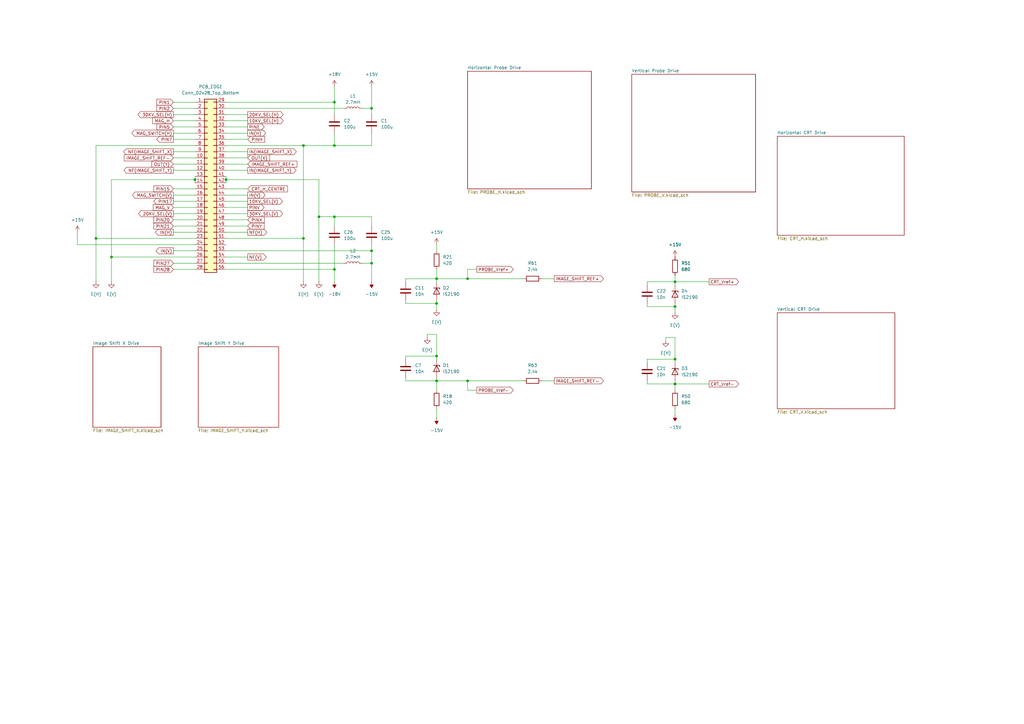
<source format=kicad_sch>
(kicad_sch (version 20250114) (generator "eeschema") (generator_version "9.0")
  (paper "A3")
  (title_block (title "PCB N80NA01: SMS-2 Probe & CRT Scan Board") (date "2025-07-29") (rev "1"))
  (lib_symbols
    (symbol "Connector_Generic:Conn_02x28_Top_Bottom" (pin_names (offset 1.016) (hide yes))
      (property "Reference" "J" (at 1.27 35.56 0))
      (property "Value" "Conn_02x28_Top_Bottom" (at 1.27 -38.1 0))
      (symbol "Conn_02x28_Top_Bottom_1_1"
        (rectangle (start -1.27 34.29) (end 3.81 -36.83) (stroke (width 0.254)) (fill (type background)))
        (rectangle (start -1.27 33.147) (end 0 32.893) (stroke (width 0.1524)))
        (rectangle (start -1.27 30.607) (end 0 30.353) (stroke (width 0.1524)))
        (rectangle (start -1.27 28.067) (end 0 27.813) (stroke (width 0.1524)))
        (rectangle (start -1.27 25.527) (end 0 25.273) (stroke (width 0.1524)))
        (rectangle (start -1.27 22.987) (end 0 22.733) (stroke (width 0.1524)))
        (rectangle (start -1.27 20.447) (end 0 20.193) (stroke (width 0.1524)))
        (rectangle (start -1.27 17.907) (end 0 17.653) (stroke (width 0.1524)))
        (rectangle (start -1.27 15.367) (end 0 15.113) (stroke (width 0.1524)))
        (rectangle (start -1.27 12.827) (end 0 12.573) (stroke (width 0.1524)))
        (rectangle (start -1.27 10.287) (end 0 10.033) (stroke (width 0.1524)))
        (rectangle (start -1.27 7.747) (end 0 7.493) (stroke (width 0.1524)))
        (rectangle (start -1.27 5.207) (end 0 4.953) (stroke (width 0.1524)))
        (rectangle (start -1.27 2.667) (end 0 2.413) (stroke (width 0.1524)))
        (rectangle (start -1.27 0.127) (end 0 -0.127) (stroke (width 0.1524)))
        (rectangle (start -1.27 -2.413) (end 0 -2.667) (stroke (width 0.1524)))
        (rectangle (start -1.27 -4.953) (end 0 -5.207) (stroke (width 0.1524)))
        (rectangle (start -1.27 -7.493) (end 0 -7.747) (stroke (width 0.1524)))
        (rectangle (start -1.27 -10.033) (end 0 -10.287) (stroke (width 0.1524)))
        (rectangle (start -1.27 -12.573) (end 0 -12.827) (stroke (width 0.1524)))
        (rectangle (start -1.27 -15.113) (end 0 -15.367) (stroke (width 0.1524)))
        (rectangle (start -1.27 -17.653) (end 0 -17.907) (stroke (width 0.1524)))
        (rectangle (start -1.27 -20.193) (end 0 -20.447) (stroke (width 0.1524)))
        (rectangle (start -1.27 -22.733) (end 0 -22.987) (stroke (width 0.1524)))
        (rectangle (start -1.27 -25.273) (end 0 -25.527) (stroke (width 0.1524)))
        (rectangle (start -1.27 -27.813) (end 0 -28.067) (stroke (width 0.1524)))
        (rectangle (start -1.27 -30.353) (end 0 -30.607) (stroke (width 0.1524)))
        (rectangle (start -1.27 -32.893) (end 0 -33.147) (stroke (width 0.1524)))
        (rectangle (start -1.27 -35.433) (end 0 -35.687) (stroke (width 0.1524)))
        (rectangle (start 3.81 33.147) (end 2.54 32.893) (stroke (width 0.1524)))
        (rectangle (start 3.81 30.607) (end 2.54 30.353) (stroke (width 0.1524)))
        (rectangle (start 3.81 28.067) (end 2.54 27.813) (stroke (width 0.1524)))
        (rectangle (start 3.81 25.527) (end 2.54 25.273) (stroke (width 0.1524)))
        (rectangle (start 3.81 22.987) (end 2.54 22.733) (stroke (width 0.1524)))
        (rectangle (start 3.81 20.447) (end 2.54 20.193) (stroke (width 0.1524)))
        (rectangle (start 3.81 17.907) (end 2.54 17.653) (stroke (width 0.1524)))
        (rectangle (start 3.81 15.367) (end 2.54 15.113) (stroke (width 0.1524)))
        (rectangle (start 3.81 12.827) (end 2.54 12.573) (stroke (width 0.1524)))
        (rectangle (start 3.81 10.287) (end 2.54 10.033) (stroke (width 0.1524)))
        (rectangle (start 3.81 7.747) (end 2.54 7.493) (stroke (width 0.1524)))
        (rectangle (start 3.81 5.207) (end 2.54 4.953) (stroke (width 0.1524)))
        (rectangle (start 3.81 2.667) (end 2.54 2.413) (stroke (width 0.1524)))
        (rectangle (start 3.81 0.127) (end 2.54 -0.127) (stroke (width 0.1524)))
        (rectangle (start 3.81 -2.413) (end 2.54 -2.667) (stroke (width 0.1524)))
        (rectangle (start 3.81 -4.953) (end 2.54 -5.207) (stroke (width 0.1524)))
        (rectangle (start 3.81 -7.493) (end 2.54 -7.747) (stroke (width 0.1524)))
        (rectangle (start 3.81 -10.033) (end 2.54 -10.287) (stroke (width 0.1524)))
        (rectangle (start 3.81 -12.573) (end 2.54 -12.827) (stroke (width 0.1524)))
        (rectangle (start 3.81 -15.113) (end 2.54 -15.367) (stroke (width 0.1524)))
        (rectangle (start 3.81 -17.653) (end 2.54 -17.907) (stroke (width 0.1524)))
        (rectangle (start 3.81 -20.193) (end 2.54 -20.447) (stroke (width 0.1524)))
        (rectangle (start 3.81 -22.733) (end 2.54 -22.987) (stroke (width 0.1524)))
        (rectangle (start 3.81 -25.273) (end 2.54 -25.527) (stroke (width 0.1524)))
        (rectangle (start 3.81 -27.813) (end 2.54 -28.067) (stroke (width 0.1524)))
        (rectangle (start 3.81 -30.353) (end 2.54 -30.607) (stroke (width 0.1524)))
        (rectangle (start 3.81 -32.893) (end 2.54 -33.147) (stroke (width 0.1524)))
        (rectangle (start 3.81 -35.433) (end 2.54 -35.687) (stroke (width 0.1524)))
        (pin passive line (at -5.08 33.02 0) (length 3.81) (name "Pin_1") (number "1"))
        (pin passive line (at -5.08 30.48 0) (length 3.81) (name "Pin_2") (number "2"))
        (pin passive line (at -5.08 27.94 0) (length 3.81) (name "Pin_3") (number "3"))
        (pin passive line (at -5.08 25.4 0) (length 3.81) (name "Pin_4") (number "4"))
        (pin passive line (at -5.08 22.86 0) (length 3.81) (name "Pin_5") (number "5"))
        (pin passive line (at -5.08 20.32 0) (length 3.81) (name "Pin_6") (number "6"))
        (pin passive line (at -5.08 17.78 0) (length 3.81) (name "Pin_7") (number "7"))
        (pin passive line (at -5.08 15.24 0) (length 3.81) (name "Pin_8") (number "8"))
        (pin passive line (at -5.08 12.7 0) (length 3.81) (name "Pin_9") (number "9"))
        (pin passive line (at -5.08 10.16 0) (length 3.81) (name "Pin_10") (number "10"))
        (pin passive line (at -5.08 7.62 0) (length 3.81) (name "Pin_11") (number "11"))
        (pin passive line (at -5.08 5.08 0) (length 3.81) (name "Pin_12") (number "12"))
        (pin passive line (at -5.08 2.54 0) (length 3.81) (name "Pin_13") (number "13"))
        (pin passive line (at -5.08 0 0) (length 3.81) (name "Pin_14") (number "14"))
        (pin passive line (at -5.08 -2.54 0) (length 3.81) (name "Pin_15") (number "15"))
        (pin passive line (at -5.08 -5.08 0) (length 3.81) (name "Pin_16") (number "16"))
        (pin passive line (at -5.08 -7.62 0) (length 3.81) (name "Pin_17") (number "17"))
        (pin passive line (at -5.08 -10.16 0) (length 3.81) (name "Pin_18") (number "18"))
        (pin passive line (at -5.08 -12.7 0) (length 3.81) (name "Pin_19") (number "19"))
        (pin passive line (at -5.08 -15.24 0) (length 3.81) (name "Pin_20") (number "20"))
        (pin passive line (at -5.08 -17.78 0) (length 3.81) (name "Pin_21") (number "21"))
        (pin passive line (at -5.08 -20.32 0) (length 3.81) (name "Pin_22") (number "22"))
        (pin passive line (at -5.08 -22.86 0) (length 3.81) (name "Pin_23") (number "23"))
        (pin passive line (at -5.08 -25.4 0) (length 3.81) (name "Pin_24") (number "24"))
        (pin passive line (at -5.08 -27.94 0) (length 3.81) (name "Pin_25") (number "25"))
        (pin passive line (at -5.08 -30.48 0) (length 3.81) (name "Pin_26") (number "26"))
        (pin passive line (at -5.08 -33.02 0) (length 3.81) (name "Pin_27") (number "27"))
        (pin passive line (at -5.08 -35.56 0) (length 3.81) (name "Pin_28") (number "28"))
        (pin passive line (at 7.62 33.02 180) (length 3.81) (name "Pin_29") (number "29"))
        (pin passive line (at 7.62 30.48 180) (length 3.81) (name "Pin_30") (number "30"))
        (pin passive line (at 7.62 27.94 180) (length 3.81) (name "Pin_31") (number "31"))
        (pin passive line (at 7.62 25.4 180) (length 3.81) (name "Pin_32") (number "32"))
        (pin passive line (at 7.62 22.86 180) (length 3.81) (name "Pin_33") (number "33"))
        (pin passive line (at 7.62 20.32 180) (length 3.81) (name "Pin_34") (number "34"))
        (pin passive line (at 7.62 17.78 180) (length 3.81) (name "Pin_35") (number "35"))
        (pin passive line (at 7.62 15.24 180) (length 3.81) (name "Pin_36") (number "36"))
        (pin passive line (at 7.62 12.7 180) (length 3.81) (name "Pin_37") (number "37"))
        (pin passive line (at 7.62 10.16 180) (length 3.81) (name "Pin_38") (number "38"))
        (pin passive line (at 7.62 7.62 180) (length 3.81) (name "Pin_39") (number "39"))
        (pin passive line (at 7.62 5.08 180) (length 3.81) (name "Pin_40") (number "40"))
        (pin passive line (at 7.62 2.54 180) (length 3.81) (name "Pin_41") (number "41"))
        (pin passive line (at 7.62 0 180) (length 3.81) (name "Pin_42") (number "42"))
        (pin passive line (at 7.62 -2.54 180) (length 3.81) (name "Pin_43") (number "43"))
        (pin passive line (at 7.62 -5.08 180) (length 3.81) (name "Pin_44") (number "44"))
        (pin passive line (at 7.62 -7.62 180) (length 3.81) (name "Pin_45") (number "45"))
        (pin passive line (at 7.62 -10.16 180) (length 3.81) (name "Pin_46") (number "46"))
        (pin passive line (at 7.62 -12.7 180) (length 3.81) (name "Pin_47") (number "47"))
        (pin passive line (at 7.62 -15.24 180) (length 3.81) (name "Pin_48") (number "48"))
        (pin passive line (at 7.62 -17.78 180) (length 3.81) (name "Pin_49") (number "49"))
        (pin passive line (at 7.62 -20.32 180) (length 3.81) (name "Pin_50") (number "50"))
        (pin passive line (at 7.62 -22.86 180) (length 3.81) (name "Pin_51") (number "51"))
        (pin passive line (at 7.62 -25.4 180) (length 3.81) (name "Pin_52") (number "52"))
        (pin passive line (at 7.62 -27.94 180) (length 3.81) (name "Pin_53") (number "53"))
        (pin passive line (at 7.62 -30.48 180) (length 3.81) (name "Pin_54") (number "54"))
        (pin passive line (at 7.62 -33.02 180) (length 3.81) (name "Pin_55") (number "55"))
        (pin passive line (at 7.62 -35.56 180) (length 3.81) (name "Pin_56") (number "56"))
      )
    )
    (symbol "Device:C" (pin_numbers (hide yes)) (pin_names (offset 0.254))
      (property "Reference" "C" (at 0.635 2.54 0))
      (property "Value" "C" (at 0.635 -2.54 0))
      (symbol "C_0_1"
        (polyline (pts (xy -2.032 0.762) (xy 2.032 0.762)) (stroke (width 0.508)))
        (polyline (pts (xy -2.032 -0.762) (xy 2.032 -0.762)) (stroke (width 0.508)))
      )
      (symbol "C_1_1"
        (pin passive line (at 0 3.81 270) (length 2.794) (name "~") (number "1"))
        (pin passive line (at 0 -3.81 90) (length 2.794) (name "~") (number "2"))
      )
    )
    (symbol "Device:D_Zener" (pin_numbers (hide yes)) (pin_names (offset 1.016) (hide yes))
      (property "Reference" "D" (at 0 2.54 0))
      (property "Value" "D_Zener" (at 0 -2.54 0))
      (symbol "D_Zener_0_1"
        (polyline (pts (xy -1.27 -1.27) (xy -1.27 1.27) (xy -0.762 1.27)) (stroke (width 0.254)))
        (polyline (pts (xy 1.27 0) (xy -1.27 0)))
        (polyline (pts (xy 1.27 -1.27) (xy 1.27 1.27) (xy -1.27 0) (xy 1.27 -1.27)) (stroke (width 0.254)))
      )
      (symbol "D_Zener_1_1"
        (pin passive line (at -3.81 0 0) (length 2.54) (name "K") (number "1"))
        (pin passive line (at 3.81 0 180) (length 2.54) (name "A") (number "2"))
      )
    )
    (symbol "Device:L" (pin_numbers (hide yes)) (pin_names (offset 1.016) (hide yes))
      (property "Reference" "L" (at -1.27 0 90))
      (property "Value" "L" (at 1.905 0 90))
      (symbol "L_0_1"
        (arc (start 0 2.54) (mid 0.6323 1.905) (end 0 1.27))
        (arc (start 0 1.27) (mid 0.6323 0.635) (end 0 0))
        (arc (start 0 0) (mid 0.6323 -0.635) (end 0 -1.27))
        (arc (start 0 -1.27) (mid 0.6323 -1.905) (end 0 -2.54))
      )
      (symbol "L_1_1"
        (pin passive line (at 0 3.81 270) (length 1.27) (name "1") (number "1"))
        (pin passive line (at 0 -3.81 90) (length 1.27) (name "2") (number "2"))
      )
    )
    (symbol "Device:R" (pin_numbers (hide yes)) (pin_names (offset 0))
      (property "Reference" "R" (at 2.032 0 90))
      (property "Value" "R" (at 0 0 90))
      (symbol "R_0_1"
        (rectangle (start -1.016 -2.54) (end 1.016 2.54) (stroke (width 0.254)))
      )
      (symbol "R_1_1"
        (pin passive line (at 0 3.81 270) (length 1.27) (name "~") (number "1"))
        (pin passive line (at 0 -3.81 90) (length 1.27) (name "~") (number "2"))
      )
    )
    (symbol "power:+15V" (power) (pin_numbers (hide yes)) (pin_names (offset 0) (hide yes))
      (property "Value" "+15V" (at 0 3.556 0))
      (symbol "+15V_0_1"
        (polyline (pts (xy -0.762 1.27) (xy 0 2.54)))
        (polyline (pts (xy 0 2.54) (xy 0.762 1.27)))
        (polyline (pts (xy 0 0) (xy 0 2.54)))
      )
      (symbol "+15V_1_1"
        (pin power_in line (at 0 0 90) (length 0) (name "~") (number "1"))
      )
    )
    (symbol "power:-15V" (power) (pin_numbers (hide yes)) (pin_names (offset 0) (hide yes))
      (property "Value" "-15V" (at 0 3.556 0))
      (symbol "-15V_0_0"
        (pin power_in line (at 0 0 90) (length 0) (name "~") (number "1"))
      )
      (symbol "-15V_0_1"
        (polyline (pts (xy 0 0) (xy 0 1.27) (xy 0.762 1.27) (xy 0 2.54) (xy -0.762 1.27) (xy 0 1.27)) (fill (type outline)))
      )
    )
    (symbol "power:GND" (power) (pin_numbers (hide yes)) (pin_names (offset 0) (hide yes))
      (property "Value" "GND" (at 0 -3.81 0))
      (symbol "GND_0_1"
        (polyline (pts (xy 0 0) (xy 0 -1.27) (xy 1.27 -1.27) (xy 0 -2.54) (xy -1.27 -1.27) (xy 0 -1.27)))
      )
      (symbol "GND_1_1"
        (pin power_in line (at 0 0 270) (length 0) (name "~") (number "1"))
      )
    )
  )
  (junction (at 80.01 73.66))
  (junction (at 152.4 107.95))
  (junction (at 124.46 59.69))
  (junction (at 152.4 44.45))
  (junction (at 137.16 41.91))
  (junction (at 130.81 88.9))
  (junction (at 45.72 105.41))
  (junction (at 124.46 97.79))
  (junction (at 179.07 124.46))
  (junction (at 92.71 73.66))
  (junction (at 179.07 146.05))
  (junction (at 191.77 114.3))
  (junction (at 276.86 125.73))
  (junction (at 191.77 156.21))
  (junction (at 179.07 114.3))
  (junction (at 179.07 156.21))
  (junction (at 276.86 147.32))
  (junction (at 137.16 59.69))
  (junction (at 276.86 115.57))
  (junction (at 152.4 102.87))
  (junction (at 276.86 157.48))
  (junction (at 137.16 88.9))
  (junction (at 137.16 110.49))
  (junction (at 39.37 97.79))
  (wire (pts (xy 92.71 41.91) (xy 137.16 41.91)))
  (wire (pts (xy 265.43 115.57) (xy 276.86 115.57)))
  (wire (pts (xy 137.16 110.49) (xy 137.16 115.57)))
  (wire (pts (xy 276.86 115.57) (xy 276.86 116.84)))
  (wire (pts (xy 92.71 62.23) (xy 101.6 62.23)))
  (wire (pts (xy 179.07 100.33) (xy 179.07 102.87)))
  (wire (pts (xy 45.72 105.41) (xy 45.72 115.57)))
  (wire (pts (xy 92.71 102.87) (xy 152.4 102.87)))
  (wire (pts (xy 276.86 157.48) (xy 290.83 157.48)))
  (wire (pts (xy 166.37 114.3) (xy 179.07 114.3)))
  (wire (pts (xy 137.16 88.9) (xy 137.16 92.71)))
  (wire (pts (xy 137.16 54.61) (xy 137.16 59.69)))
  (wire (pts (xy 276.86 138.43) (xy 273.05 138.43)))
  (wire (pts (xy 31.75 100.33) (xy 31.75 95.25)))
  (wire (pts (xy 92.71 110.49) (xy 137.16 110.49)))
  (wire (pts (xy 71.12 95.25) (xy 80.01 95.25)))
  (wire (pts (xy 152.4 100.33) (xy 152.4 102.87)))
  (wire (pts (xy 92.71 85.09) (xy 101.6 85.09)))
  (wire (pts (xy 92.71 73.66) (xy 130.81 73.66)))
  (wire (pts (xy 71.12 107.95) (xy 80.01 107.95)))
  (wire (pts (xy 166.37 156.21) (xy 179.07 156.21)))
  (wire (pts (xy 92.71 77.47) (xy 101.6 77.47)))
  (wire (pts (xy 276.86 128.27) (xy 276.86 125.73)))
  (wire (pts (xy 92.71 46.99) (xy 101.6 46.99)))
  (wire (pts (xy 152.4 44.45) (xy 152.4 46.99)))
  (wire (pts (xy 71.12 102.87) (xy 80.01 102.87)))
  (wire (pts (xy 45.72 105.41) (xy 80.01 105.41)))
  (wire (pts (xy 92.71 105.41) (xy 101.6 105.41)))
  (wire (pts (xy 195.58 110.49) (xy 191.77 110.49)))
  (wire (pts (xy 92.71 73.66) (xy 92.71 74.93)))
  (wire (pts (xy 137.16 41.91) (xy 137.16 46.99)))
  (wire (pts (xy 179.07 110.49) (xy 179.07 114.3)))
  (wire (pts (xy 179.07 137.16) (xy 175.26 137.16)))
  (wire (pts (xy 152.4 102.87) (xy 152.4 107.95)))
  (wire (pts (xy 179.07 146.05) (xy 179.07 147.32)))
  (wire (pts (xy 276.86 157.48) (xy 276.86 160.02)))
  (wire (pts (xy 179.07 124.46) (xy 179.07 127)))
  (wire (pts (xy 71.12 41.91) (xy 80.01 41.91)))
  (wire (pts (xy 191.77 110.49) (xy 191.77 114.3)))
  (wire (pts (xy 166.37 147.32) (xy 166.37 146.05)))
  (wire (pts (xy 92.71 49.53) (xy 101.6 49.53)))
  (wire (pts (xy 71.12 46.99) (xy 80.01 46.99)))
  (wire (pts (xy 276.86 167.64) (xy 276.86 170.18)))
  (wire (pts (xy 71.12 69.85) (xy 80.01 69.85)))
  (wire (pts (xy 265.43 147.32) (xy 276.86 147.32)))
  (wire (pts (xy 71.12 52.07) (xy 80.01 52.07)))
  (wire (pts (xy 276.86 113.03) (xy 276.86 115.57)))
  (wire (pts (xy 276.86 156.21) (xy 276.86 157.48)))
  (wire (pts (xy 265.43 148.59) (xy 265.43 147.32)))
  (wire (pts (xy 166.37 123.19) (xy 166.37 124.46)))
  (wire (pts (xy 71.12 49.53) (xy 80.01 49.53)))
  (wire (pts (xy 45.72 73.66) (xy 45.72 105.41)))
  (wire (pts (xy 39.37 97.79) (xy 39.37 115.57)))
  (wire (pts (xy 179.07 114.3) (xy 191.77 114.3)))
  (wire (pts (xy 276.86 115.57) (xy 290.83 115.57)))
  (wire (pts (xy 124.46 115.57) (xy 124.46 97.79)))
  (wire (pts (xy 191.77 156.21) (xy 214.63 156.21)))
  (wire (pts (xy 92.71 54.61) (xy 101.6 54.61)))
  (wire (pts (xy 179.07 167.64) (xy 179.07 171.45)))
  (wire (pts (xy 166.37 154.94) (xy 166.37 156.21)))
  (wire (pts (xy 39.37 97.79) (xy 80.01 97.79)))
  (wire (pts (xy 130.81 73.66) (xy 130.81 88.9)))
  (wire (pts (xy 101.6 62.23) (xy 101.6 64.77)))
  (wire (pts (xy 80.01 73.66) (xy 80.01 72.39)))
  (wire (pts (xy 71.12 54.61) (xy 80.01 54.61)))
  (wire (pts (xy 152.4 88.9) (xy 152.4 92.71)))
  (wire (pts (xy 152.4 54.61) (xy 152.4 59.69)))
  (wire (pts (xy 265.43 124.46) (xy 265.43 125.73)))
  (wire (pts (xy 179.07 156.21) (xy 191.77 156.21)))
  (wire (pts (xy 92.71 57.15) (xy 101.6 57.15)))
  (wire (pts (xy 265.43 116.84) (xy 265.43 115.57)))
  (wire (pts (xy 191.77 114.3) (xy 214.63 114.3)))
  (wire (pts (xy 71.12 57.15) (xy 80.01 57.15)))
  (wire (pts (xy 92.71 87.63) (xy 101.6 87.63)))
  (wire (pts (xy 137.16 100.33) (xy 137.16 110.49)))
  (wire (pts (xy 92.71 69.85) (xy 101.6 69.85)))
  (wire (pts (xy 92.71 73.66) (xy 92.71 72.39)))
  (wire (pts (xy 276.86 147.32) (xy 276.86 148.59)))
  (wire (pts (xy 92.71 52.07) (xy 101.6 52.07)))
  (wire (pts (xy 148.59 107.95) (xy 152.4 107.95)))
  (wire (pts (xy 137.16 88.9) (xy 152.4 88.9)))
  (wire (pts (xy 222.25 114.3) (xy 227.33 114.3)))
  (wire (pts (xy 265.43 157.48) (xy 276.86 157.48)))
  (wire (pts (xy 179.07 137.16) (xy 179.07 146.05)))
  (wire (pts (xy 166.37 146.05) (xy 179.07 146.05)))
  (wire (pts (xy 137.16 41.91) (xy 137.16 35.56)))
  (wire (pts (xy 152.4 59.69) (xy 137.16 59.69)))
  (wire (pts (xy 222.25 156.21) (xy 227.33 156.21)))
  (wire (pts (xy 80.01 73.66) (xy 80.01 74.93)))
  (wire (pts (xy 276.86 125.73) (xy 276.86 124.46)))
  (wire (pts (xy 166.37 124.46) (xy 179.07 124.46)))
  (wire (pts (xy 71.12 44.45) (xy 80.01 44.45)))
  (wire (pts (xy 179.07 156.21) (xy 179.07 160.02)))
  (wire (pts (xy 92.71 64.77) (xy 101.6 64.77)))
  (wire (pts (xy 130.81 88.9) (xy 130.81 115.57)))
  (wire (pts (xy 71.12 110.49) (xy 80.01 110.49)))
  (wire (pts (xy 92.71 107.95) (xy 140.97 107.95)))
  (wire (pts (xy 130.81 88.9) (xy 137.16 88.9)))
  (wire (pts (xy 71.12 92.71) (xy 80.01 92.71)))
  (wire (pts (xy 92.71 95.25) (xy 101.6 95.25)))
  (wire (pts (xy 265.43 156.21) (xy 265.43 157.48)))
  (wire (pts (xy 148.59 44.45) (xy 152.4 44.45)))
  (wire (pts (xy 137.16 59.69) (xy 124.46 59.69)))
  (wire (pts (xy 175.26 137.16) (xy 175.26 138.43)))
  (wire (pts (xy 39.37 59.69) (xy 39.37 97.79)))
  (wire (pts (xy 71.12 77.47) (xy 80.01 77.47)))
  (wire (pts (xy 195.58 160.02) (xy 191.77 160.02)))
  (wire (pts (xy 152.4 107.95) (xy 152.4 115.57)))
  (wire (pts (xy 179.07 154.94) (xy 179.07 156.21)))
  (wire (pts (xy 39.37 59.69) (xy 80.01 59.69)))
  (wire (pts (xy 71.12 62.23) (xy 80.01 62.23)))
  (wire (pts (xy 71.12 67.31) (xy 80.01 67.31)))
  (wire (pts (xy 71.12 64.77) (xy 80.01 64.77)))
  (wire (pts (xy 92.71 59.69) (xy 124.46 59.69)))
  (wire (pts (xy 276.86 138.43) (xy 276.86 147.32)))
  (wire (pts (xy 71.12 87.63) (xy 80.01 87.63)))
  (wire (pts (xy 152.4 44.45) (xy 152.4 35.56)))
  (wire (pts (xy 92.71 80.01) (xy 101.6 80.01)))
  (wire (pts (xy 71.12 80.01) (xy 80.01 80.01)))
  (wire (pts (xy 80.01 100.33) (xy 31.75 100.33)))
  (wire (pts (xy 92.71 90.17) (xy 101.6 90.17)))
  (wire (pts (xy 265.43 125.73) (xy 276.86 125.73)))
  (wire (pts (xy 92.71 97.79) (xy 124.46 97.79)))
  (wire (pts (xy 179.07 123.19) (xy 179.07 124.46)))
  (wire (pts (xy 191.77 160.02) (xy 191.77 156.21)))
  (wire (pts (xy 166.37 115.57) (xy 166.37 114.3)))
  (wire (pts (xy 179.07 114.3) (xy 179.07 115.57)))
  (wire (pts (xy 71.12 85.09) (xy 80.01 85.09)))
  (wire (pts (xy 92.71 67.31) (xy 101.6 67.31)))
  (wire (pts (xy 124.46 59.69) (xy 124.46 97.79)))
  (wire (pts (xy 273.05 138.43) (xy 273.05 139.7)))
  (wire (pts (xy 92.71 82.55) (xy 101.6 82.55)))
  (wire (pts (xy 45.72 73.66) (xy 80.01 73.66)))
  (wire (pts (xy 71.12 82.55) (xy 80.01 82.55)))
  (wire (pts (xy 92.71 44.45) (xy 140.97 44.45)))
  (wire (pts (xy 92.71 92.71) (xy 101.6 92.71)))
  (wire (pts (xy 71.12 90.17) (xy 80.01 90.17)))
  (global_label "CRT_H_CENTRE" (shape input) (at 101.6 77.47 0) (property "Intersheetrefs" "${INTERSHEET_REFS}" (effects (hide yes))))
  (global_label "CRT_Vref+" (shape output) (at 290.83 115.57 0) (property "Intersheetrefs" "${INTERSHEET_REFS}" (effects (hide yes))))
  (global_label "CRT_Vref-" (shape output) (at 290.83 157.48 0) (property "Intersheetrefs" "${INTERSHEET_REFS}" (effects (hide yes))))
  (global_label "10KV_SEL(V)" (shape output) (at 101.6 82.55 0) (property "Intersheetrefs" "${INTERSHEET_REFS}" (effects (hide yes))))
  (global_label "OUT(Y)" (shape input) (at 71.12 67.31 180) (property "Intersheetrefs" "${INTERSHEET_REFS}" (effects (hide yes))))
  (global_label "PINE" (shape output) (at 101.6 52.07 0) (property "Intersheetrefs" "${INTERSHEET_REFS}" (effects (hide yes))))
  (global_label "NF(V)" (shape output) (at 101.6 105.41 0) (property "Intersheetrefs" "${INTERSHEET_REFS}" (effects (hide yes))))
  (global_label "PIN15" (shape input) (at 71.12 77.47 180) (property "Intersheetrefs" "${INTERSHEET_REFS}" (effects (hide yes))))
  (global_label "MAG_SWITCH(V)" (shape output) (at 71.12 80.01 180) (property "Intersheetrefs" "${INTERSHEET_REFS}" (effects (hide yes))))
  (global_label "NF(IMAGE_SHIFT_Y)" (shape output) (at 71.12 69.85 180) (property "Intersheetrefs" "${INTERSHEET_REFS}" (effects (hide yes))))
  (global_label "NF(IMAGE_SHIFT_X)" (shape output) (at 71.12 62.23 180) (property "Intersheetrefs" "${INTERSHEET_REFS}" (effects (hide yes))))
  (global_label "30KV_SEL(V)" (shape output) (at 101.6 87.63 0) (property "Intersheetrefs" "${INTERSHEET_REFS}" (effects (hide yes))))
  (global_label "IMAGE_SHIFT_REF-" (shape input) (at 71.12 64.77 180) (property "Intersheetrefs" "${INTERSHEET_REFS}" (effects (hide yes))))
  (global_label "MAG_H" (shape input) (at 71.12 49.53 180) (property "Intersheetrefs" "${INTERSHEET_REFS}" (effects (hide yes))))
  (global_label "20KV_SEL(H)" (shape output) (at 101.6 46.99 0) (property "Intersheetrefs" "${INTERSHEET_REFS}" (effects (hide yes))))
  (global_label "NF(H)" (shape output) (at 101.6 95.25 0) (property "Intersheetrefs" "${INTERSHEET_REFS}" (effects (hide yes))))
  (global_label "20KV_SEL(V)" (shape output) (at 71.12 87.63 180) (property "Intersheetrefs" "${INTERSHEET_REFS}" (effects (hide yes))))
  (global_label "PIN7" (shape output) (at 71.12 57.15 180) (property "Intersheetrefs" "${INTERSHEET_REFS}" (effects (hide yes))))
  (global_label "PINH" (shape input) (at 101.6 57.15 0) (property "Intersheetrefs" "${INTERSHEET_REFS}" (effects (hide yes))))
  (global_label "IMAGE_SHIFT_REF+" (shape output) (at 227.33 114.3 0) (property "Intersheetrefs" "${INTERSHEET_REFS}" (effects (hide yes))))
  (global_label "MAG_SWITCH(H)" (shape output) (at 71.12 54.61 180) (property "Intersheetrefs" "${INTERSHEET_REFS}" (effects (hide yes))))
  (global_label "IN(H)" (shape output) (at 101.6 54.61 0) (property "Intersheetrefs" "${INTERSHEET_REFS}" (effects (hide yes))))
  (global_label "PROBE_Vref+" (shape output) (at 195.58 110.49 0) (property "Intersheetrefs" "${INTERSHEET_REFS}" (effects (hide yes))))
  (global_label "PIN17" (shape output) (at 71.12 82.55 180) (property "Intersheetrefs" "${INTERSHEET_REFS}" (effects (hide yes))))
  (global_label "IMAGE_SHIFT_REF-" (shape output) (at 227.33 156.21 0) (property "Intersheetrefs" "${INTERSHEET_REFS}" (effects (hide yes))))
  (global_label "PINY" (shape input) (at 101.6 92.71 0) (property "Intersheetrefs" "${INTERSHEET_REFS}" (effects (hide yes))))
  (global_label "PROBE_Vref-" (shape output) (at 195.58 160.02 0) (property "Intersheetrefs" "${INTERSHEET_REFS}" (effects (hide yes))))
  (global_label "PINX" (shape input) (at 101.6 90.17 0) (property "Intersheetrefs" "${INTERSHEET_REFS}" (effects (hide yes))))
  (global_label "PIN28" (shape input) (at 71.12 110.49 180) (property "Intersheetrefs" "${INTERSHEET_REFS}" (effects (hide yes))))
  (global_label "OUT(X)" (shape input) (at 101.6 64.77 0) (property "Intersheetrefs" "${INTERSHEET_REFS}" (effects (hide yes))))
  (global_label "PIN27" (shape input) (at 71.12 107.95 180) (property "Intersheetrefs" "${INTERSHEET_REFS}" (effects (hide yes))))
  (global_label "PINV" (shape output) (at 101.6 85.09 0) (property "Intersheetrefs" "${INTERSHEET_REFS}" (effects (hide yes))))
  (global_label "IMAGE_SHIFT_REF+" (shape input) (at 101.6 67.31 0) (property "Intersheetrefs" "${INTERSHEET_REFS}" (effects (hide yes))))
  (global_label "MAG_V" (shape input) (at 71.12 85.09 180) (property "Intersheetrefs" "${INTERSHEET_REFS}" (effects (hide yes))))
  (global_label "IN(IMAGE_SHIFT_X)" (shape output) (at 101.6 62.23 0) (property "Intersheetrefs" "${INTERSHEET_REFS}" (effects (hide yes))))
  (global_label "10KV_SEL(H)" (shape output) (at 101.6 49.53 0) (property "Intersheetrefs" "${INTERSHEET_REFS}" (effects (hide yes))))
  (global_label "30KV_SEL(H)" (shape output) (at 71.12 46.99 180) (property "Intersheetrefs" "${INTERSHEET_REFS}" (effects (hide yes))))
  (global_label "IN(IMAGE_SHIFT_Y)" (shape output) (at 101.6 69.85 0) (property "Intersheetrefs" "${INTERSHEET_REFS}" (effects (hide yes))))
  (global_label "PIN1" (shape input) (at 71.12 41.91 180) (property "Intersheetrefs" "${INTERSHEET_REFS}" (effects (hide yes))))
  (global_label "PIN2" (shape input) (at 71.12 44.45 180) (property "Intersheetrefs" "${INTERSHEET_REFS}" (effects (hide yes))))
  (global_label "IN(V)" (shape output) (at 101.6 80.01 0) (property "Intersheetrefs" "${INTERSHEET_REFS}" (effects (hide yes))))
  (global_label "IN(H)" (shape output) (at 71.12 95.25 180) (property "Intersheetrefs" "${INTERSHEET_REFS}" (effects (hide yes))))
  (global_label "PIN21" (shape input) (at 71.12 92.71 180) (property "Intersheetrefs" "${INTERSHEET_REFS}" (effects (hide yes))))
  (global_label "PIN5" (shape input) (at 71.12 52.07 180) (property "Intersheetrefs" "${INTERSHEET_REFS}" (effects (hide yes))))
  (global_label "PIN20" (shape input) (at 71.12 90.17 180) (property "Intersheetrefs" "${INTERSHEET_REFS}" (effects (hide yes))))
  (global_label "IN(V)" (shape output) (at 71.12 102.87 180) (property "Intersheetrefs" "${INTERSHEET_REFS}" (effects (hide yes))))
  (symbol (lib_id "power:+15V") (at 137.16 35.56 0) (unit 1)
    (property "Reference" "#PWR018" (effects (hide yes)))
    (property "Value" "+18V" (at 137.16 30.48 0))
    (property "Description" "Power symbol creates a global label with name \"+15V\"" (effects (hide yes)))
  )
  (symbol (lib_id "Device:C") (at 137.16 96.52 0) (unit 1)
    (property "Reference" "C26" (at 140.97 95.2499 0) (effects (justify left)))
    (property "Value" "100u" (at 140.97 97.7899 0) (effects (justify left)))
    (property "Description" "Unpolarized capacitor" (effects (hide yes)))
  )
  (symbol (lib_id "Device:C") (at 137.16 50.8 0) (unit 1)
    (property "Reference" "C2" (at 140.97 49.5299 0) (effects (justify left)))
    (property "Value" "100u" (at 140.97 52.0699 0) (effects (justify left)))
    (property "Description" "Unpolarized capacitor" (effects (hide yes)))
  )
  (symbol (lib_id "power:GND") (at 124.46 115.57 0) (unit 1)
    (property "Reference" "#PWR062" (effects (hide yes)))
    (property "Value" "E(H)" (at 124.46 120.65 0))
    (property "Description" "Power symbol creates a global label with name \"GND\" , ground" (effects (hide yes)))
  )
  (symbol (lib_id "Device:D_Zener") (at 276.86 120.65 270) (unit 1)
    (property "Reference" "D4" (at 279.4 119.3799 90) (effects (justify left)))
    (property "Value" "IS2190" (at 279.4 121.9199 90) (effects (justify left)))
    (property "Description" "Zener diode" (effects (hide yes)))
  )
  (symbol (lib_id "power:-15V") (at 152.4 115.57 180) (unit 1)
    (property "Reference" "#PWR013" (effects (hide yes)))
    (property "Value" "-15V" (at 152.4 120.65 0))
    (property "Description" "Power symbol creates a global label with name \"-15V\"" (effects (hide yes)))
  )
  (symbol (lib_id "power:-15V") (at 137.16 115.57 180) (unit 1)
    (property "Reference" "#PWR019" (effects (hide yes)))
    (property "Value" "-18V" (at 137.16 120.65 0))
    (property "Description" "Power symbol creates a global label with name \"-15V\"" (effects (hide yes)))
  )
  (symbol (lib_id "power:+15V") (at 152.4 35.56 0) (unit 1)
    (property "Reference" "#PWR07" (effects (hide yes)))
    (property "Value" "+15V" (at 152.4 30.48 0))
    (property "Description" "Power symbol creates a global label with name \"+15V\"" (effects (hide yes)))
  )
  (symbol (lib_id "power:GND") (at 276.86 128.27 0) (unit 1)
    (property "Reference" "#PWR067" (effects (hide yes)))
    (property "Value" "E(V)" (at 276.86 133.35 0))
    (property "Description" "Power symbol creates a global label with name \"GND\" , ground" (effects (hide yes)))
  )
  (symbol (lib_id "Device:D_Zener") (at 276.86 152.4 270) (unit 1)
    (property "Reference" "D3" (at 279.4 151.1299 90) (effects (justify left)))
    (property "Value" "IS2190" (at 279.4 153.6699 90) (effects (justify left)))
    (property "Description" "Zener diode" (effects (hide yes)))
  )
  (symbol (lib_id "power:GND") (at 179.07 127 0) (unit 1)
    (property "Reference" "#PWR066" (effects (hide yes)))
    (property "Value" "E(V)" (at 179.07 132.08 0))
    (property "Description" "Power symbol creates a global label with name \"GND\" , ground" (effects (hide yes)))
  )
  (symbol (lib_id "Device:R") (at 179.07 106.68 0) (unit 1)
    (property "Reference" "R21" (at 181.61 105.4099 0) (effects (justify left)))
    (property "Value" "420" (at 181.61 107.9499 0) (effects (justify left)))
    (property "Description" "Resistor" (effects (hide yes)))
  )
  (symbol (lib_id "power:+15V") (at 179.07 100.33 0) (unit 1)
    (property "Reference" "#PWR031" (effects (hide yes)))
    (property "Value" "+15V" (at 179.07 95.25 0))
    (property "Description" "Power symbol creates a global label with name \"+15V\"" (effects (hide yes)))
  )
  (symbol (lib_id "Device:L") (at 144.78 44.45 90) (unit 1)
    (property "Reference" "L1" (at 144.78 39.37 90))
    (property "Value" "2.7mH" (at 144.78 41.91 90))
    (property "Description" "Inductor" (effects (hide yes)))
  )
  (symbol (lib_id "Device:D_Zener") (at 179.07 119.38 270) (unit 1)
    (property "Reference" "D2" (at 181.61 118.1099 90) (effects (justify left)))
    (property "Value" "IS2190" (at 181.61 120.6499 90) (effects (justify left)))
    (property "Description" "Zener diode" (effects (hide yes)))
  )
  (symbol (lib_id "Device:C") (at 265.43 120.65 0) (unit 1)
    (property "Reference" "C22" (at 269.24 119.3799 0) (effects (justify left)))
    (property "Value" "10n" (at 269.24 121.9199 0) (effects (justify left)))
    (property "Description" "Unpolarized capacitor" (effects (hide yes)))
  )
  (symbol (lib_id "Device:C") (at 166.37 151.13 0) (unit 1)
    (property "Reference" "C7" (at 170.18 149.8599 0) (effects (justify left)))
    (property "Value" "10n" (at 170.18 152.3999 0) (effects (justify left)))
    (property "Description" "Unpolarized capacitor" (effects (hide yes)))
  )
  (symbol (lib_id "Device:C") (at 166.37 119.38 0) (unit 1)
    (property "Reference" "C11" (at 170.18 118.1099 0) (effects (justify left)))
    (property "Value" "10n" (at 170.18 120.6499 0) (effects (justify left)))
    (property "Description" "Unpolarized capacitor" (effects (hide yes)))
  )
  (symbol (lib_id "power:-15V") (at 179.07 171.45 180) (unit 1)
    (property "Reference" "#PWR030" (effects (hide yes)))
    (property "Value" "-15V" (at 179.07 176.53 0))
    (property "Description" "Power symbol creates a global label with name \"-15V\"" (effects (hide yes)))
  )
  (symbol (lib_id "Device:R") (at 218.44 156.21 90) (unit 1)
    (property "Reference" "R63" (at 218.44 149.86 90))
    (property "Value" "2.4k" (at 218.44 152.4 90))
    (property "Description" "Resistor" (effects (hide yes)))
  )
  (symbol (lib_id "power:+15V") (at 31.75 95.25 0) (unit 1)
    (property "Reference" "#PWR028" (effects (hide yes)))
    (property "Value" "+15V" (at 31.75 90.17 0))
    (property "Description" "Power symbol creates a global label with name \"+15V\"" (effects (hide yes)))
  )
  (symbol (lib_id "Device:C") (at 152.4 96.52 0) (unit 1)
    (property "Reference" "C25" (at 156.21 95.2499 0) (effects (justify left)))
    (property "Value" "100u" (at 156.21 97.7899 0) (effects (justify left)))
    (property "Description" "Unpolarized capacitor" (effects (hide yes)))
  )
  (symbol (lib_id "Device:R") (at 276.86 109.22 0) (unit 1)
    (property "Reference" "R51" (at 279.4 107.9499 0) (effects (justify left)))
    (property "Value" "680" (at 279.4 110.4899 0) (effects (justify left)))
    (property "Description" "Resistor" (effects (hide yes)))
  )
  (symbol (lib_id "Device:R") (at 179.07 163.83 0) (unit 1)
    (property "Reference" "R18" (at 181.61 162.5599 0) (effects (justify left)))
    (property "Value" "420" (at 181.61 165.0999 0) (effects (justify left)))
    (property "Description" "Resistor" (effects (hide yes)))
  )
  (symbol (lib_id "power:GND") (at 45.72 115.57 0) (unit 1)
    (property "Reference" "#PWR064" (effects (hide yes)))
    (property "Value" "E(V)" (at 45.72 120.65 0))
    (property "Description" "Power symbol creates a global label with name \"GND\" , ground" (effects (hide yes)))
  )
  (symbol (lib_id "Device:L") (at 144.78 107.95 90) (unit 1)
    (property "Reference" "L2" (at 144.78 102.87 90))
    (property "Value" "2.7mH" (at 144.78 105.41 90))
    (property "Description" "Inductor" (effects (hide yes)))
  )
  (symbol (lib_id "Connector_Generic:Conn_02x28_Top_Bottom") (at 85.09 74.93 0) (unit 1)
    (property "Reference" "PCB_EDGE" (at 86.36 35.56 0))
    (property "Value" "Conn_02x28_Top_Bottom" (at 86.36 38.1 0))
    (property "Description" "Generic connector, double row, 02x28, top/bottom pin numbering scheme (row 1: 1...pins_per_row, row2: pins_per_row+1 ... num_pins), script generated (kicad-library-utils/schlib/autogen/connector/)" (effects (hide yes)))
  )
  (symbol (lib_id "Device:C") (at 152.4 50.8 0) (unit 1)
    (property "Reference" "C1" (at 156.21 49.5299 0) (effects (justify left)))
    (property "Value" "100u" (at 156.21 52.0699 0) (effects (justify left)))
    (property "Description" "Unpolarized capacitor" (effects (hide yes)))
  )
  (symbol (lib_id "power:+15V") (at 276.86 105.41 0) (unit 1)
    (property "Reference" "#PWR041" (effects (hide yes)))
    (property "Value" "+15V" (at 276.86 100.33 0))
    (property "Description" "Power symbol creates a global label with name \"+15V\"" (effects (hide yes)))
  )
  (symbol (lib_id "Device:D_Zener") (at 179.07 151.13 270) (unit 1)
    (property "Reference" "D1" (at 181.61 149.8599 90) (effects (justify left)))
    (property "Value" "IS2190" (at 181.61 152.3999 90) (effects (justify left)))
    (property "Description" "Zener diode" (effects (hide yes)))
  )
  (symbol (lib_id "Device:C") (at 265.43 152.4 0) (unit 1)
    (property "Reference" "C21" (at 269.24 151.1299 0) (effects (justify left)))
    (property "Value" "10n" (at 269.24 153.6699 0) (effects (justify left)))
    (property "Description" "Unpolarized capacitor" (effects (hide yes)))
  )
  (symbol (lib_id "power:-15V") (at 276.86 170.18 180) (unit 1)
    (property "Reference" "#PWR040" (effects (hide yes)))
    (property "Value" "-15V" (at 276.86 175.26 0))
    (property "Description" "Power symbol creates a global label with name \"-15V\"" (effects (hide yes)))
  )
  (symbol (lib_id "power:GND") (at 130.81 115.57 0) (unit 1)
    (property "Reference" "#PWR065" (effects (hide yes)))
    (property "Value" "E(V)" (at 130.81 120.65 0))
    (property "Description" "Power symbol creates a global label with name \"GND\" , ground" (effects (hide yes)))
  )
  (symbol (lib_id "power:GND") (at 39.37 115.57 0) (unit 1)
    (property "Reference" "#PWR063" (effects (hide yes)))
    (property "Value" "E(H)" (at 39.37 120.65 0))
    (property "Description" "Power symbol creates a global label with name \"GND\" , ground" (effects (hide yes)))
  )
  (symbol (lib_id "power:GND") (at 175.26 138.43 0) (unit 1)
    (property "Reference" "#PWR068" (effects (hide yes)))
    (property "Value" "E(H)" (at 175.26 143.51 0))
    (property "Description" "Power symbol creates a global label with name \"GND\" , ground" (effects (hide yes)))
  )
  (symbol (lib_id "Device:R") (at 218.44 114.3 90) (unit 1)
    (property "Reference" "R61" (at 218.44 107.95 90))
    (property "Value" "2.4k" (at 218.44 110.49 90))
    (property "Description" "Resistor" (effects (hide yes)))
  )
  (symbol (lib_id "Device:R") (at 276.86 163.83 0) (unit 1)
    (property "Reference" "R50" (at 279.4 162.5599 0) (effects (justify left)))
    (property "Value" "680" (at 279.4 165.0999 0) (effects (justify left)))
    (property "Description" "Resistor" (effects (hide yes)))
  )
  (symbol (lib_id "power:GND") (at 273.05 139.7 0) (unit 1)
    (property "Reference" "#PWR069" (effects (hide yes)))
    (property "Value" "E(H)" (at 273.05 144.78 0))
    (property "Description" "Power symbol creates a global label with name \"GND\" , ground" (effects (hide yes)))
  )
  (sheet (at 191.77 29.21) (size 50.8 48.26) (stroke (width 0.1524))
    (property "Sheetname" "Horizontal Probe Drive" (at 191.77 28.4984 0) (effects (justify left bottom)))
    (property "Sheetfile" "PROBE_H.kicad_sch" (at 191.77 78.0546 0) (effects (justify left top)))
  )
  (sheet (at 259.08 30.48) (size 50.8 48.26) (stroke (width 0.1524))
    (property "Sheetname" "Vertical Probe Drive" (at 259.08 29.7684 0) (effects (justify left bottom)))
    (property "Sheetfile" "PROBE_V.kicad_sch" (at 259.08 79.3246 0) (effects (justify left top)))
  )
  (sheet (at 318.77 128.27) (size 48.26 39.37) (stroke (width 0.1524))
    (property "Sheetname" "Vertical CRT Drive" (at 318.77 127.5584 0) (effects (justify left bottom)))
    (property "Sheetfile" "CRT_V.kicad_sch" (at 318.77 168.2246 0) (effects (justify left top)))
  )
  (sheet (at 318.77 55.88) (size 52.07 40.64) (stroke (width 0.1524))
    (property "Sheetname" "Horizontal CRT Drive" (at 318.77 55.1684 0) (effects (justify left bottom)))
    (property "Sheetfile" "CRT_H.kicad_sch" (at 318.77 97.1046 0) (effects (justify left top)))
  )
  (sheet (at 81.28 142.24) (size 33.02 33.02) (stroke (width 0.1524))
    (property "Sheetname" "Image Shift Y Drive" (at 81.28 141.5284 0) (effects (justify left bottom)))
    (property "Sheetfile" "IMAGE_SHIFT_Y.kicad_sch" (at 81.28 175.8446 0) (effects (justify left top)))
  )
  (sheet (at 38.1 142.24) (size 27.94 33.02) (stroke (width 0.1524))
    (property "Sheetname" "Image Shift X Drive" (at 38.1 141.5284 0) (effects (justify left bottom)))
    (property "Sheetfile" "IMAGE_SHIFT_X.kicad_sch" (at 38.1 175.8446 0) (effects (justify left top)))
  )
)
</source>
